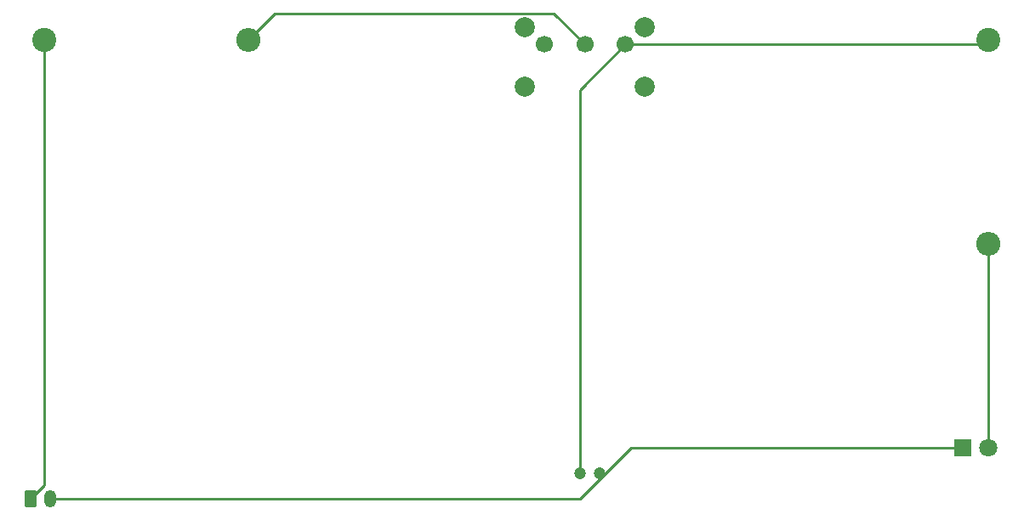
<source format=gbr>
%TF.GenerationSoftware,KiCad,Pcbnew,(6.0.10-0)*%
%TF.CreationDate,2023-02-17T09:12:44-08:00*%
%TF.ProjectId,exercise1_pcb,65786572-6369-4736-9531-5f7063622e6b,rev?*%
%TF.SameCoordinates,Original*%
%TF.FileFunction,Copper,L1,Top*%
%TF.FilePolarity,Positive*%
%FSLAX46Y46*%
G04 Gerber Fmt 4.6, Leading zero omitted, Abs format (unit mm)*
G04 Created by KiCad (PCBNEW (6.0.10-0)) date 2023-02-17 09:12:44*
%MOMM*%
%LPD*%
G01*
G04 APERTURE LIST*
G04 Aperture macros list*
%AMRoundRect*
0 Rectangle with rounded corners*
0 $1 Rounding radius*
0 $2 $3 $4 $5 $6 $7 $8 $9 X,Y pos of 4 corners*
0 Add a 4 corners polygon primitive as box body*
4,1,4,$2,$3,$4,$5,$6,$7,$8,$9,$2,$3,0*
0 Add four circle primitives for the rounded corners*
1,1,$1+$1,$2,$3*
1,1,$1+$1,$4,$5*
1,1,$1+$1,$6,$7*
1,1,$1+$1,$8,$9*
0 Add four rect primitives between the rounded corners*
20,1,$1+$1,$2,$3,$4,$5,0*
20,1,$1+$1,$4,$5,$6,$7,0*
20,1,$1+$1,$6,$7,$8,$9,0*
20,1,$1+$1,$8,$9,$2,$3,0*%
G04 Aperture macros list end*
%TA.AperFunction,ComponentPad*%
%ADD10C,2.400000*%
%TD*%
%TA.AperFunction,ComponentPad*%
%ADD11O,2.400000X2.400000*%
%TD*%
%TA.AperFunction,ComponentPad*%
%ADD12C,2.000000*%
%TD*%
%TA.AperFunction,ComponentPad*%
%ADD13C,1.700000*%
%TD*%
%TA.AperFunction,ComponentPad*%
%ADD14R,1.800000X1.800000*%
%TD*%
%TA.AperFunction,ComponentPad*%
%ADD15C,1.800000*%
%TD*%
%TA.AperFunction,ComponentPad*%
%ADD16RoundRect,0.250000X-0.350000X-0.625000X0.350000X-0.625000X0.350000X0.625000X-0.350000X0.625000X0*%
%TD*%
%TA.AperFunction,ComponentPad*%
%ADD17O,1.200000X1.750000*%
%TD*%
%TA.AperFunction,ComponentPad*%
%ADD18C,1.200000*%
%TD*%
%TA.AperFunction,Conductor*%
%ADD19C,0.250000*%
%TD*%
G04 APERTURE END LIST*
D10*
%TO.P,R2,1*%
%TO.N,Net-(C1-Pad1)*%
X187960000Y-43180000D03*
D11*
%TO.P,R2,2*%
%TO.N,Net-(D1-Pad2)*%
X187960000Y-63500000D03*
%TD*%
D12*
%TO.P,SW1,*%
%TO.N,*%
X153830000Y-47870000D03*
X141830000Y-47870000D03*
X153830000Y-41870000D03*
X141830000Y-41870000D03*
D13*
%TO.P,SW1,1,A*%
%TO.N,unconnected-(SW1-Pad1)*%
X143830000Y-43620000D03*
%TO.P,SW1,2,B*%
%TO.N,Net-(R1-Pad2)*%
X147830000Y-43620000D03*
%TO.P,SW1,3,C*%
%TO.N,Net-(C1-Pad1)*%
X151830000Y-43620000D03*
%TD*%
D14*
%TO.P,D1,1,K*%
%TO.N,Net-(C1-Pad2)*%
X185420000Y-83820000D03*
D15*
%TO.P,D1,2,A*%
%TO.N,Net-(D1-Pad2)*%
X187960000Y-83820000D03*
%TD*%
D10*
%TO.P,R1,1*%
%TO.N,Net-(R1-Pad1)*%
X93980000Y-43180000D03*
D11*
%TO.P,R1,2*%
%TO.N,Net-(R1-Pad2)*%
X114300000Y-43180000D03*
%TD*%
D16*
%TO.P,V1,1,Pin_1*%
%TO.N,Net-(R1-Pad1)*%
X92640000Y-88900000D03*
D17*
%TO.P,V1,2,Pin_2*%
%TO.N,Net-(C1-Pad2)*%
X94640000Y-88900000D03*
%TD*%
D18*
%TO.P,C1,1*%
%TO.N,Net-(C1-Pad1)*%
X147320000Y-86360000D03*
%TO.P,C1,2*%
%TO.N,Net-(C1-Pad2)*%
X149320000Y-86360000D03*
%TD*%
D19*
%TO.N,Net-(C1-Pad1)*%
X151830000Y-43620000D02*
X187520000Y-43620000D01*
X147320000Y-86360000D02*
X147320000Y-48130000D01*
X187520000Y-43620000D02*
X187960000Y-43180000D01*
X147320000Y-48130000D02*
X151830000Y-43620000D01*
%TO.N,Net-(C1-Pad2)*%
X94640000Y-88900000D02*
X147320000Y-88900000D01*
X147320000Y-88900000D02*
X152400000Y-83820000D01*
X152400000Y-83820000D02*
X185420000Y-83820000D01*
%TO.N,Net-(D1-Pad2)*%
X187960000Y-63500000D02*
X187960000Y-83820000D01*
%TO.N,Net-(R1-Pad1)*%
X93980000Y-87560000D02*
X93980000Y-43180000D01*
X92640000Y-88900000D02*
X93980000Y-87560000D01*
%TO.N,Net-(R1-Pad2)*%
X114300000Y-43180000D02*
X116935000Y-40545000D01*
X144755000Y-40545000D02*
X147830000Y-43620000D01*
X116935000Y-40545000D02*
X144755000Y-40545000D01*
%TD*%
M02*

</source>
